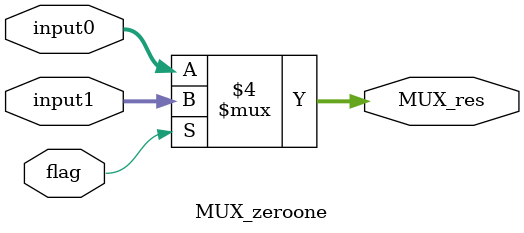
<source format=v>
`timescale 1ns / 1ps

module MUX_zeroone(
	input [31:0] input0,
	input [31:0] input1,
	input flag,
	output reg [31:0] MUX_res
    );
	
	always @ (input0 or input1 or flag)
	begin
		if(flag == 0) MUX_res = input0;
		else MUX_res = input1;
	end
endmodule

</source>
